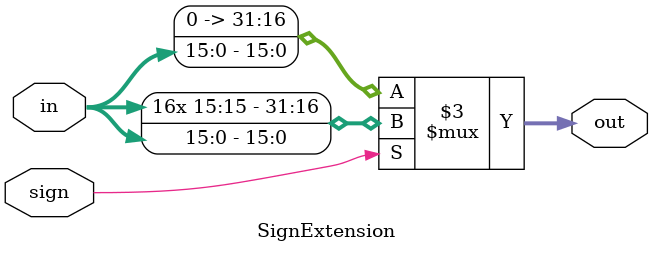
<source format=v>
`timescale 1ns / 1ps
module SignExtension(in, out, sign);

    /* A 16-Bit input word */
    input [15:0] in;
    input sign;
    
    /* A 32-Bit output word */
    output reg [31:0] out;
    
    /* Fill in the implementation here ... */
    
    always @(*) begin
        if(sign)
            out <= $signed(in);
        else
            out <= in;
    end

endmodule

</source>
